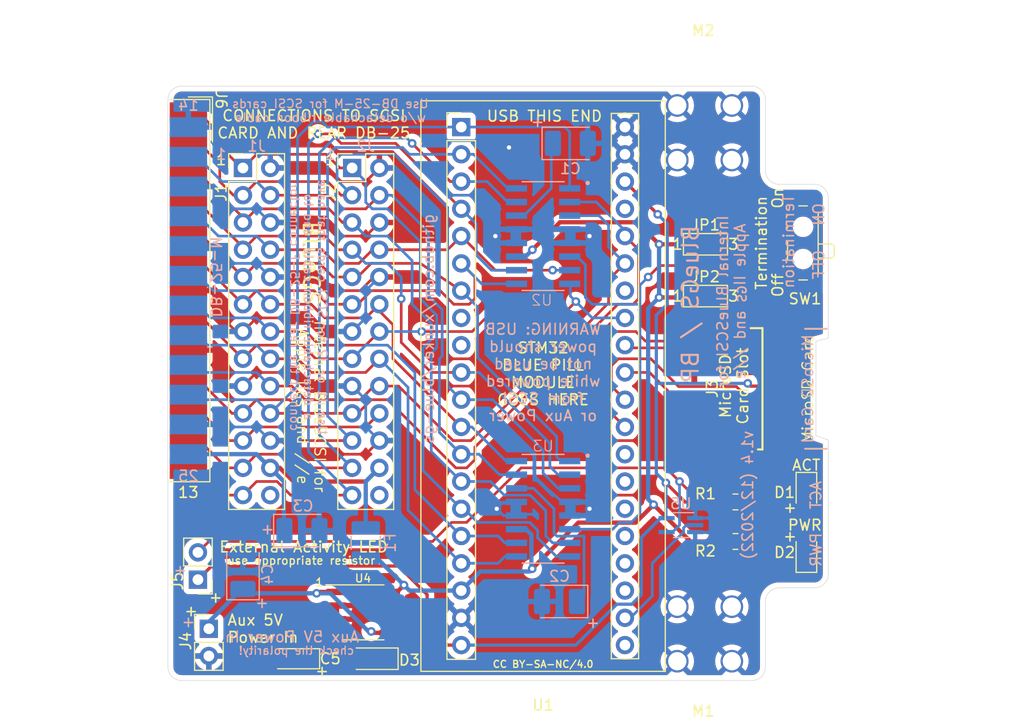
<source format=kicad_pcb>
(kicad_pcb (version 20211014) (generator pcbnew)
  (layers (0 "F.Cu" signal) (31 "B.Cu" signal) (34 "B.Paste" user) (35 "F.Paste" user) (36 "B.SilkS" user "B.Silkscreen") (37 "F.SilkS" user "F.Silkscreen") (38 "B.Mask" user) (39 "F.Mask" user) (44 "Edge.Cuts" user))
  (net 0 "")
  (net 12 "+5V")
  (net 13 "GND")
  (net 14 "/SCSI_DB4")
  (net 15 "/SCSI_DB2")
  (net 16 "/SCSI_DB1")
  (net 17 "/SCSI_DBP")
  (net 18 "/SCSI_SEL")
  (net 19 "/SCSI_ATN")
  (net 20 "/SCSI_C_D")
  (net 21 "/SCSI_DB7")
  (net 22 "/SCSI_DB6")
  (net 23 "/SCSI_DB5")
  (net 24 "/SCSI_DB3")
  (net 25 "/SCSI_DB0")
  (net 26 "/SCSI_BSY")
  (net 27 "/SCSI_ACK")
  (net 28 "/SCSI_RST")
  (net 29 "/SCSI_I_O")
  (net 30 "/SCSI_MSG")
  (net 31 "/SCSI_REQ")
  (net 32 "/SD_MISO")
  (net 33 "/SD_CSK")
  (net 34 "+3V3")
  (net 35 "/SD_MOSI")
  (net 36 "/SD_CS")
  (net 39 "Net-(D2-Pad2)")
  (net 40 "Net-(C1-Pad1)")
  (net 41 "Net-(C2-Pad1)")
  (net 42 "/TERM_DISC")
  (net 43 "Net-(D1-Pad1)")
  (net 44 "/DEBUG_RX")
  (net 45 "/DEBUG_TX")
  (net 46 "/+5V_AUX")
  (net 47 "Net-(C5-Pad1)")
  (net 48 "/TERM_EN")
  (net 49 "/TERM_DIS")
  (net 50 "/DISK_ACT")
  (net 51 "/SCSI_TERMPWR")
  (net 52 "Net-(D1-Pad2)")
  (footprint "my library:YAAJ_BluePill_2" (layer "F.Cu") (at 152.4 50.8)
    (fp_text reference "U1")
    (fp_text value "YAAJ_BluePill" hide)
  )
  (footprint "Button_Switch_SMD:SW_SPDT_PCM12" (layer "F.Cu") (at 183.896 61.595 90)
    (fp_text reference "SW1")
    (fp_text value "SW_SPDT")
  )
  (footprint "Resistor_SMD:R_0805_2012Metric_Pad1.20x1.40mm_HandSolder" (layer "F.Cu") (at 177.927 89.408 180)
    (fp_text reference "R2")
    (fp_text value "1K")
  )
  (footprint "LED_SMD:LED_0805_2012Metric_Pad1.15x1.40mm_HandSolder" (layer "F.Cu") (at 184.531 84.836 -90)
    (fp_text reference "D1")
    (fp_text value "LED")
  )
  (footprint "Jumper:SolderJumper-3_P1.3mm_Open_Pad1.0x1.5mm_NumberLabels" (layer "F.Cu") (at 175.133 66.548)
    (fp_text reference "JP2")
    (fp_text value "Jumper_3_Open")
  )
  (footprint "Jumper:SolderJumper-3_P1.3mm_Open_Pad1.0x1.5mm_NumberLabels" (layer "F.Cu") (at 175.133 61.722)
    (fp_text reference "JP1")
    (fp_text value "Jumper_3_Open")
  )
  (footprint "Resistor_SMD:R_0805_2012Metric_Pad1.20x1.40mm_HandSolder" (layer "F.Cu") (at 177.927 85.725)
    (fp_text reference "R1")
    (fp_text value "100")
  )
  (footprint "Connector_PinHeader_2.54mm:PinHeader_2x13_P2.54mm_Vertical" (layer "F.Cu") (at 132.08 54.61)
    (fp_text reference "J1")
    (fp_text value "Conn_02x13_Odd_Even")
  )
  (footprint "Connector_PinHeader_2.54mm:PinHeader_2x13_P2.54mm_Vertical" (layer "F.Cu") (at 142.24 54.61)
    (fp_text reference "J2")
    (fp_text value "Conn_02x13_Odd_Even")
  )
  (footprint "Connector_PinHeader_2.54mm:PinHeader_1x02_P2.54mm_Vertical" (layer "F.Cu") (at 128.905 97.536)
    (fp_text reference "J4")
    (fp_text value "Conn_01x02_Male")
  )
  (footprint "Connector_PinHeader_2.54mm:PinHeader_1x02_P2.54mm_Vertical" (layer "F.Cu") (at 127.889 92.964 180)
    (fp_text reference "J5")
    (fp_text value "Conn_01x02_Male")
  )
  (footprint "my library:keystone-7774" (layer "F.Cu") (at 180.771 100.561 180)
    (fp_text reference "M1")
    (fp_text value "Screw_Terminal_01x01")
  )
  (footprint "my library:keystone-7774" (layer "F.Cu") (at 180.771 53.871 180)
    (fp_text reference "M2")
    (fp_text value "Screw_Terminal_01x01")
  )
  (footprint "LED_SMD:LED_0805_2012Metric_Pad1.15x1.40mm_HandSolder" (layer "F.Cu") (at 184.531 90.424 90)
    (fp_text reference "D2")
    (fp_text value "LED")
  )
  (footprint "Molex 105162-0001:105162-0001" (layer "F.Cu") (at 173.99 75.184 90)
    (fp_text reference "J3")
    (fp_text value "105162-0001")
  )
  (footprint "Connector_Dsub:DSUB-25_Male_EdgeMount_P2.77mm" (layer "F.Cu") (at 127 66.04 -90)
    (fp_text reference "J6")
    (fp_text value "DB25_Male")
  )
  (footprint "Diode_SMD:D_SOD-123" (layer "F.Cu") (at 144.272 100.33 180)
    (fp_text reference "D3")
    (fp_text value "Zener 5.6v")
  )
  (footprint "Capacitor_Tantalum_SMD:CP_EIA-3216-10_Kemet-I" (layer "F.Cu") (at 136.906 100.33 180)
    (fp_text reference "C5")
    (fp_text value "0.1uF")
  )
  (footprint "Package_SO:SOIC-8_3.9x4.9mm_P1.27mm" (layer "F.Cu") (at 143.256 96.012)
    (fp_text reference "U4")
    (fp_text value "UCC3916")
  )
  (footprint "Capacitor_Tantalum_SMD:CP_EIA-3528-21_Kemet-B_Pad1.50x2.35mm_HandSolder" (layer "B.Cu") (at 162.56 52.324)
    (fp_text reference "C1")
    (fp_text value "2.2uF, 6.3v")
  )
  (footprint "my library:SOIC127P600X175-16N" (layer "B.Cu") (at 160.02 86.36 180)
    (fp_text reference "U3")
    (fp_text value "UC560x, UCC56xx")
  )
  (footprint "Capacitor_Tantalum_SMD:CP_EIA-3528-21_Kemet-B_Pad1.50x2.35mm_HandSolder" (layer "B.Cu") (at 137.567 88.392)
    (fp_text reference "C3")
    (fp_text value "4.7uF, 6.3v")
  )
  (footprint "Capacitor_Tantalum_SMD:CP_EIA-3528-21_Kemet-B_Pad1.50x2.35mm_HandSolder" (layer "B.Cu") (at 161.544 94.996 180)
    (fp_text reference "C2")
    (fp_text value "2.2uF, 6.3v")
  )
  (footprint "my library:SOIC127P600X175-16N" (layer "B.Cu") (at 160.02 60.96 180)
    (fp_text reference "U2")
    (fp_text value "UC560x, UCC56xx")
  )
  (footprint "Fuse:Fuse_1210_3225Metric" (layer "B.Cu") (at 143.51 89.535 90)
    (fp_text reference "F1")
    (fp_text value "Fuse")
  )
  (footprint "Package_TO_SOT_SMD:SOT-353_SC-70-5_Handsoldering" (layer "B.Cu") (at 172.847 87.884 180)
    (fp_text reference "U5")
    (fp_text value "NL17SZ07DFT2G")
  )
  (footprint "Capacitor_Tantalum_SMD:CP_EIA-3528-21_Kemet-B_Pad1.50x2.35mm_HandSolder" (layer "B.Cu") (at 132.08 92.202 90)
    (fp_text reference "C4")
    (fp_text value "1uF")
  )
  (gr_line (start 184.404 69.596) (end 186.436 69.596) (layer "B.SilkS") (width 0.15))
  (gr_line (start 184.404 80.772) (end 186.436 80.772) (layer "B.SilkS") (width 0.15))
  (gr_line (start 184.404 80.772) (end 186.436 80.772) (layer "F.SilkS") (width 0.15))
  (gr_line (start 184.404 69.596) (end 186.436 69.596) (layer "F.SilkS") (width 0.15))
  (gr_line (start 186.563 79.9465) (end 186.563 92.456) (layer "Edge.Cuts") (width 0.05))
  (gr_line (start 125.095 101.092) (end 125.095 48.26) (layer "Edge.Cuts") (width 0.05))
  (gr_line (start 181.991 56.134) (end 185.293 56.134) (layer "Edge.Cuts") (width 0.05))
  (gr_line (start 180.721 94.996) (end 180.721 101.092) (layer "Edge.Cuts") (width 0.05))
  (gr_arc (start 185.293 56.134) (mid 186.191026 56.505974) (end 186.563 57.404) (layer "Edge.Cuts") (width 0.05))
  (gr_arc (start 186.563 92.456) (mid 186.191026 93.354026) (end 185.293 93.726) (layer "Edge.Cuts") (width 0.05))
  (gr_arc (start 181.991 56.134) (mid 181.092974 55.762026) (end 180.721 54.864) (layer "Edge.Cuts") (width 0.05))
  (gr_line (start 180.721 48.26) (end 180.721 54.864) (layer "Edge.Cuts") (width 0.05))
  (gr_arc (start 180.721 94.996) (mid 181.092974 94.097974) (end 181.991 93.726) (layer "Edge.Cuts") (width 0.05))
  (gr_line (start 181.991 93.726) (end 185.293 93.726) (layer "Edge.Cuts") (width 0.05))
  (gr_line (start 126.365 46.99) (end 179.451 46.99) (layer "Edge.Cuts") (width 0.05))
  (gr_line (start 179.451 102.362) (end 126.365 102.362) (layer "Edge.Cuts") (width 0.05))
  (gr_arc (start 126.365 102.362) (mid 125.466974 101.990026) (end 125.095 101.092) (layer "Edge.Cuts") (width 0.05))
  (gr_line (start 185.42 70.7644) (end 185.42 79.5655) (layer "Edge.Cuts") (width 0.05))
  (gr_arc (start 180.721 101.092) (mid 180.349026 101.990026) (end 179.451 102.362) (layer "Edge.Cuts") (width 0.05))
  (gr_arc (start 125.095 48.26) (mid 125.466974 47.361974) (end 126.365 46.99) (layer "Edge.Cuts") (width 0.05))
  (gr_line (start 186.563 57.404) (end 186.563 70.4596) (layer "Edge.Cuts") (width 0.05))
  (gr_line (start 185.42 70.7644) (end 186.563 70.4596) (layer "Edge.Cuts") (width 0.05))
  (gr_arc (start 179.451 46.99) (mid 180.349026 47.361974) (end 180.721 48.26) (layer "Edge.Cuts") (width 0.05))
  (gr_line (start 186.563 79.9465) (end 185.42 79.5655) (layer "Edge.Cuts") (width 0.05))
  (gr_text "ACT" (at 185.42 85.09 90) (layer "B.SilkS") (effects (font (size 1 1)) (justify mirror)))
  (gr_text "PWR" (at 185.42 90.17 90) (layer "B.SilkS") (effects (font (size 1 1)) (justify mirror)))
  (gr_text "ON   OFF" (at 185.674 61.468 90) (layer "B.SilkS") (effects (font (size 1 1)) (justify mirror)))
  (gr_text "github.com/xunker/blue-gs" (at 149.352 69.596 90) (layer "B.SilkS") (effects (font (size 1 1)) (justify mirror)))
  (gr_text "Internal BlueSCSI for\nApple II_{GS} and //e" (at 177.546 67.056 90) (layer "B.SilkS") (effects (font (size 1 1)) (justify mirror)))
  (gr_text "+" (at 134.366 88.392 -180) (layer "B.SilkS") (effects (font (size 1 1)) (justify mirror)))
  (gr_text "Termination" (at 182.88 61.468 90) (layer "B.SilkS") (effects (font (size 1 1)) (justify mirror)))
  (gr_text "Use J1 or J2 for SCSI cards that have\na detachable ribbon cable, and to\nconnect the rear DB-25-F connector" (at 138.176 67.564 270) (layer "B.SilkS") (effects (font (size 0.8 0.8) (thickness 0.125)) (justify mirror)))
  (gr_text "Use DB-25-M for SCSI cards\nw/o detachable ribbon cable" (at 140.208 49.276) (layer "B.SilkS") (effects (font (size 0.8 0.8) (thickness 0.125)) (justify mirror)))
  (gr_text "J2" (at 143.51 52.578) (layer "B.SilkS") (effects (font (size 1 1)) (justify mirror)))
  (gr_text "+" (at 133.858 95.25 -180) (layer "B.SilkS") (effects (font (size 1 1)) (justify mirror)))
  (gr_text "BlueGS / BP" (at 173.736 67.31 90) (layer "B.SilkS") (effects (font (size 1.5 1.5) (thickness 0.2)) (justify mirror)))
  (gr_text "MicroSD Card" (at 184.658 75.184 90) (layer "B.SilkS") (effects (font (size 1 1) (thickness 0.125)) (justify mirror)))
  (gr_text "check the polarity!" (at 142.494 99.568) (layer "B.SilkS") (effects (font (size 0.75 0.75) (thickness 0.125)) (justify left mirror)))
  (gr_text "Aux 5V Power In" (at 130.302 98.298) (layer "B.SilkS") (effects (font (size 1 1)) (justify right mirror)))
  (gr_text "DB-25-M" (at 129.54 64.77 270) (layer "B.SilkS") (effects (font (size 1 1)) (justify mirror)))
  (gr_text "+" (at 159.512 50.292) (layer "B.SilkS") (effects (font (size 1 1)) (justify mirror)))
  (gr_text "+" (at 164.592 97.028 90) (layer "B.SilkS") (effects (font (size 1 1)) (justify mirror)))
  (gr_text "+" (at 127 97.028 -180) (layer "B.SilkS") (effects (font (size 1 1)) (justify mirror)))
  (gr_text "1" (at 140.208 53.34) (layer "B.SilkS") (effects (font (size 1 1)) (justify mirror)))
  (gr_text "14" (at 127 48.768) (layer "B.SilkS") (effects (font (size 1 1)) (justify mirror)))
  (gr_text "25" (at 127 83.312) (layer "B.SilkS") (effects (font (size 1 1)) (justify mirror)))
  (gr_text "WARNING: USB\npower should\nnot be used\nwhile powered\nfrom SCSI\nor Aux Power" (at 160.02 73.66) (layer "B.SilkS") (effects (font (size 1 1)) (justify mirror)))
  (gr_text "v1.4 (12/2022)" (at 179.07 85.09 90) (layer "B.SilkS") (effects (font (size 1 1)) (justify mirror)))
  (gr_text "J1" (at 133.35 52.578) (layer "B.SilkS") (effects (font (size 1 1)) (justify mirror)))
  (gr_text "+" (at 126.238 92.202 -180) (layer "B.SilkS") (effects (font (size 1 1)) (justify mirror)))
  (gr_text "1" (at 130.048 53.34) (layer "B.SilkS") (effects (font (size 1 1)) (justify mirror)))
  (gr_text "Aux 5V\nPower In" (at 130.556 97.536) (layer "F.SilkS") (effects (font (size 1 1)) (justify left)))
  (gr_text "BlueGS" (at 138.43 63.5 270) (layer "F.SilkS") (effects (font (size 1.5 1.5) (thickness 0.2))))
  (gr_text "+" (at 129.54 94.742 180) (layer "F.SilkS") (effects (font (size 1 1))))
  (gr_text "Internal BlueSCSI for\nApple II_{GS} and //e\n" (at 138.43 76.835 270) (layer "F.SilkS") (effects (font (size 1 1) (thickness 0.125))))
  (gr_text "PWR" (at 186.055 87.884) (layer "F.SilkS") (effects (font (size 1 1)) (justify right)))
  (gr_text "External Activity LED" (at 129.794 89.916) (layer "F.SilkS") (effects (font (size 1 1)) (justify left)))
  (gr_text "+" (at 183.007 88.9) (layer "F.SilkS") (effects (font (size 1 1))))
  (gr_text "MicroSD\nCard Slot" (at 177.8 74.93 90) (layer "F.SilkS") (effects (font (size 1 1))))
  (gr_text "MicroSD Card" (at 184.658 75.184 90) (layer "F.SilkS") (effects (font (size 1 1) (thickness 0.125))))
  (gr_text "CONNECTIONS TO SCSI\nCARD AND REAR DB-25" (at 138.684 50.546) (layer "F.SilkS") (effects (font (size 1 1))))
  (gr_text "+" (at 139.446 101.6 180) (layer "F.SilkS") (effects (font (size 1 1))))
  (gr_text "On" (at 181.864 57.404 90) (layer "F.SilkS") (effects (font (size 1 1))))
  (gr_text "Termination" (at 180.34 61.595 90) (layer "F.SilkS") (effects (font (size 1 1))))
  (gr_text "STM32\nBLUE PILL\nMODULE\nGOES HERE" (at 160.02 73.787) (layer "F.SilkS") (effects (font (size 1 1))))
  (gr_text "1" (at 139.192 93.218) (layer "F.SilkS") (effects (font (size 0.75 0.75) (thickness 0.125))))
  (gr_text "USB THIS END" (at 160.147 49.784) (layer "F.SilkS") (effects (font (size 1 1))))
  (gr_text "CC BY-SA-NC/4.0" (at 160.02 100.838) (layer "F.SilkS") (effects (font (size 0.65 0.65) (thickness 0.125))))
  (gr_text "use appropriate resistor" (at 130.556 91.186) (layer "F.SilkS") (effects (font (size 0.75 0.75) (thickness 0.125)) (justify left)))
  (gr_text "+" (at 127.254 96.012 180) (layer "F.SilkS") (effects (font (size 1 1))))
  (gr_text "+" (at 183.007 86.233) (layer "F.SilkS") (effects (font (size 1 1))))
  (gr_text "13" (at 127 84.836) (layer "F.SilkS") (effects (font (size 1 1))))
  (gr_text "1" (at 130.048 53.848) (layer "F.SilkS") (effects (font (size 1 1))))
  (gr_text "ACT" (at 185.928 82.296) (layer "F.SilkS") (effects (font (size 1 1)) (justify right)))
  (gr_text "1" (at 140.208 53.848) (layer "F.SilkS") (effects (font (size 1 1))))
  (gr_text "Off" (at 181.864 65.532 90) (layer "F.SilkS") (effects (font (size 1 1))))
  (segment (start 173.736 89.408) (end 170.307 85.979) (width 0.4) (layer "F.Cu") (net 12))
  (segment (start 159.02532 62.233641) (end 161.58796 59.671001) (width 0.4) (layer "F.Cu") (net 12))
  (segment (start 163.301511 87.650489) (end 168.635511 87.650489) (width 0.4) (layer "F.Cu") (net 12))
  (segment (start 159.004 91.948) (end 163.301511 87.650489) (width 0.4) (layer "F.Cu") (net 12))
  (segment (start 176.927 89.408) (end 173.736 89.408) (width 0.4) (layer "F.Cu") (net 12))
  (segment (start 161.58796 59.671001) (end 168.764001 59.671001) (width 0.4) (layer "F.Cu") (net 12))
  (segment (start 147.066 93.472) (end 146.431 94.107) (width 0.4) (layer "F.Cu") (net 12))
  (segment (start 168.764001 59.671001) (end 170.815 61.722) (width 0.4) (layer "F.Cu") (net 12))
  (segment (start 146.431 94.107) (end 145.731 94.107) (width 0.4) (layer "F.Cu") (net 12))
  (segment (start 168.635511 87.650489) (end 170.307 85.979) (width 0.4) (layer "F.Cu") (net 12))
  (segment (start 173.579 66.675) (end 170.814998 66.675) (width 0.4) (layer "F.Cu") (net 12))
  (segment (start 173.833 61.722) (end 170.815 61.722) (width 0.4) (layer "F.Cu") (net 12))
  (segment (start 173.833 66.421) (end 173.579 66.675) (width 0.4) (layer "F.Cu") (net 12))
  (via (at 147.066 93.472) (size 0.8) (drill 0.4) (layers "F.Cu" "B.Cu") (net 12))
  (via (at 170.815 61.722) (size 0.8) (drill 0.4) (layers "F.Cu" "B.Cu") (net 12))
  (via (at 170.307 85.979) (size 0.8) (drill 0.4) (layers "F.Cu" "B.Cu") (net 12))
  (via (at 159.02532 62.233641) (size 0.8) (drill 0.4) (layers "F.Cu" "B.Cu") (net 12))
  (via (at 159.004 91.948) (size 0.8) (drill 0.4) (layers "F.Cu" "B.Cu") (net 12))
  (via (at 170.814998 66.675) (size 0.8) (drill 0.4) (layers "F.Cu" "B.Cu") (net 12))
  (segment (start 158.4265 88.265) (end 157.545 88.265) (width 0.4) (layer "B.Cu") (net 12))
  (segment (start 147.066 93.472) (end 147.574 93.98) (width 0.4) (layer "B.Cu") (net 12))
  (segment (start 159.004 91.948) (end 158.929511 91.873511) (width 0.4) (layer "B.Cu") (net 12))
  (segment (start 157.545 62.865) (end 158.393961 62.865) (width 0.4) (layer "B.Cu") (net 12))
  (segment (start 154.178 92.202) (end 152.4 93.98) (width 0.4) (layer "B.Cu") (net 12))
  (segment (start 147.574 93.98) (end 152.4 93.98) (width 0.4) (layer "B.Cu") (net 12))
  (segment (start 169.799 85.471) (end 170.307 85.979) (width 0.4) (layer "B.Cu") (net 12))
  (segment (start 158.393961 62.865) (end 159.02532 62.233641) (width 0.4) (layer "B.Cu") (net 12))
  (segment (start 158.929511 88.768011) (end 158.4265 88.265) (width 0.4) (layer "B.Cu") (net 12))
  (segment (start 144.529 90.935) (end 143.51 90.935) (width 0.4) (layer "B.Cu") (net 12))
  (segment (start 170.814998 61.722002) (end 170.815 61.722) (width 0.4) (layer "B.Cu") (net 12))
  (segment (start 158.929511 91.873511) (end 158.929511 88.768011) (width 0.4) (layer "B.Cu") (net 12))
  (segment (start 158.75 92.202) (end 154.178 92.202) (width 0.4) (layer "B.Cu") (net 12))
  (segment (start 169.799 67.690998) (end 169.799 85.471) (width 0.4) (layer "B.Cu") (net 12))
  (segment (start 170.814998 66.675) (end 170.814998 61.722002) (width 0.4) (layer "B.Cu") (net 12))
  (segment (start 170.814998 66.675) (end 169.799 67.690998) (width 0.4) (layer "B.Cu") (net 12))
  (segment (start 147.066 93.472) (end 144.529 90.935) (width 0.4) (layer "B.Cu") (net 12))
  (segment (start 159.004 91.948) (end 158.75 92.202) (width 0.4) (layer "B.Cu") (net 12))
  (segment (start 134.62 64.77) (end 138.938 64.77) (width 0.25) (layer "F.Cu") (net 13))
  (segment (start 143.002 66.04) (end 144.272 64.77) (width 0.25) (layer "F.Cu") (net 13))
  (segment (start 138.938 64.77) (end 140.208 66.04) (width 0.25) (layer "F.Cu") (net 13))
  (segment (start 140.208 66.04) (end 143.002 66.04) (width 0.25) (layer "F.Cu") (net 13))
  (segment (start 144.272 64.77) (end 144.78 64.77) (width 0.25) (layer "F.Cu") (net 13))
  (segment (start 134.62 54.61) (end 139.954 54.61) (width 0.25) (layer "F.Cu") (net 13))
  (segment (start 139.954 54.61) (end 141.224 55.88) (width 0.25) (layer "F.Cu") (net 13))
  (segment (start 141.224 55.88) (end 143.51 55.88) (width 0.25) (layer "F.Cu") (net 13))
  (segment (start 143.51 55.88) (end 144.78 54.61) (width 0.25) (layer "F.Cu") (net 13))
  (segment (start 132.08 69.85) (end 133.35 68.58) (width 0.25) (layer "F.Cu") (net 13))
  (segment (start 138.176 68.58) (end 139.446 69.85) (width 0.25) (layer "F.Cu") (net 13))
  (segment (start 133.35 68.58) (end 138.176 68.58) (width 0.25) (layer "F.Cu") (net 13))
  (segment (start 139.446 69.85) (end 142.24 69.85) (width 0.25) (layer "F.Cu") (net 13))
  (segment (start 142.24 74.93) (end 138.176 74.93) (width 0.25) (layer "F.Cu") (net 13))
  (segment (start 138.176 74.93) (end 136.906 73.66) (width 0.25) (layer "F.Cu") (net 13))
  (segment (start 136.906 73.66) (end 133.35 73.66) (width 0.25) (layer "F.Cu") (net 13))
  (segment (start 133.35 73.66) (end 132.08 74.93) (width 0.25) (layer "F.Cu") (net 13))
  (segment (start 134.62 80.01) (end 135.636 80.01) (width 0.25) (layer "F.Cu") (net 13))
  (segment (start 135.636 80.01) (end 136.906 81.28) (width 0.25) (layer "F.Cu") (net 13))
  (segment (start 136.906 81.28) (end 143.51 81.28) (width 0.25) (layer "F.Cu") (net 13))
  (segment (start 143.51 81.28) (end 144.78 80.01) (width 0.25) (layer "F.Cu") (net 13))
  (segment (start 134.62 59.69) (end 139.954 59.69) (width 0.25) (layer "F.Cu") (net 13))
  (segment (start 141.224 60.96) (end 143.51 60.96) (width 0.25) (layer "F.Cu") (net 13))
  (segment (start 139.954 59.69) (end 141.224 60.96) (width 0.25) (layer "F.Cu") (net 13))
  (segment (start 143.51 60.96) (end 144.78 59.69) (width 0.25) (layer "F.Cu") (net 13))
  (segment (start 168.656 80.01) (end 166.624 80.01) (width 0.25) (layer "F.Cu") (net 13))
  (segment (start 131.445 69.85) (end 130.175 68.58) (width 0.25) (layer "F.Cu") (net 13))
  (segment (start 166.624 85.09) (end 168.656 85.09) (width 0.25) (layer "F.Cu") (net 13))
  (segment (start 130.175 68.58) (end 130.175 67.31) (width 0.25) (layer "F.Cu") (net 13))
  (segment (start 153.416 72.39) (end 151.384 72.39) (width 0.25) (layer "F.Cu") (net 13))
  (segment (start 153.416 74.93) (end 151.384 74.93) (width 0.25) (layer "F.Cu") (net 13))
  (segment (start 130.175 67.31) (end 128.905 66.04) (width 0.25) (layer "F.Cu") (net 13))
  (segment (start 132.08 69.85) (end 131.445 69.85) (width 0.25) (layer "F.Cu") (net 13))
  (segment (start 128.905 66.04) (end 127 66.04) (width 0.25) (layer "F.Cu") (net 13))
  (via (at 164.338 86.36) (size 0.8) (drill 0.4) (layers "F.Cu" "B.Cu") (net 13))
  (via (at 156.845 52.705) (size 0.8) (drill 0.4) (layers "F.Cu" "B.Cu") (net 13))
  (via (at 164.338 60.96) (size 0.8) (drill 0.4) (layers "F.Cu" "B.Cu") (net 13))
  (via (at 155.575 60.96) (size 0.8) (drill 0.4) (layers "F.Cu" "B.Cu") (net 13))
  (via (at 155.702 86.36) (size 0.8) (drill 0.4) (layers "F.Cu" "B.Cu") (net 13))
  (segment (start 142.24 74.93) (end 143.51 76.2) (width 0.25) (layer "B.Cu") (net 13))
  (segment (start 143.51 76.2) (end 143.51 78.74) (width 0.25) (layer "B.Cu") (net 13))
  (segment (start 143.51 78.74) (end 144.78 80.01) (width 0.25) (layer "B.Cu") (net 13))
  (segment (start 144.78 64.77) (end 143.51 66.04) (width 0.25) (layer "B.Cu") (net 13))
  (segment (start 143.51 66.04) (end 143.51 68.58) (width 0.25) (layer "B.Cu") (net 13))
  (segment (start 176.134 87.234) (end 176.276 87.376) (width 0.25) (layer "B.Cu") (net 13))
  (segment (start 134.62 80.01) (end 133.35 78.74) (width 0.25) (layer "B.Cu") (net 13))
  (segment (start 174.197 88.58) (end 174.197 91.393) (width 0.25) (layer "B.Cu") (net 13))
  (segment (start 162.495 85.725) (end 161.81 85.725) (width 0.25) (layer "B.Cu") (net 13))
  (segment (start 143.51 68.58) (end 143.4465 68.6435) (width 0.25) (layer "B.Cu") (net 13))
  (segment (start 157.545 60.325) (end 162.495 60.325) (width 0.25) (layer "B.Cu") (net 13))
  (segment (start 162.56 85.979) (end 162.56 86.75) (width 1) (layer "B.Cu") (net 13))
  (segment (start 130.175 78.74) (end 129.94 78.505) (width 0.25) (layer "B.Cu") (net 13))
  (segment (start 176.276 88.646) (end 176.276 88.9) (width 0.25) (layer "B.Cu") (net 13))
  (segment (start 129.54 62.23) (end 127.345 62.23) (width 0.25) (layer "B.Cu") (net 13))
  (segment (start 157.48 85.979) (end 157.48 86.75) (width 1) (layer "B.Cu") (net 13))
  (segment (start 127.345 62.23) (end 127 61.885) (width 0.25) (layer "B.Cu") (net 13))
  (segment (start 130.175 58.42) (end 130.175 57.15) (width 0.25) (layer "B.Cu") (net 13))
  (segment (start 161.81 85.725) (end 160.655 84.709) (width 0.25) (layer "B.Cu") (net 13))
  (segment (start 134.62 59.69) (end 133.35 58.42) (width 0.25) (layer "B.Cu") (net 13))
  (segment (start 156.337 85.725) (end 157.545 85.725) (width 0.25) (layer "B.Cu") (net 13))
  (segment (start 156.337 86.995) (end 157.545 86.995) (width 0.25) (layer "B.Cu") (net 13))
  (segment (start 143.4465 68.6435) (end 142.24 69.85) (width 0.25) (layer "B.Cu") (net 13))
  (segment (start 174.177 87.234) (end 176.134 87.234) (width 0.25) (layer "B.Cu") (net 13))
  (segment (start 157.48 60.6) (end 157.48 61.3) (width 1) (layer "B.Cu") (net 13))
  (segment (start 133.35 78.74) (end 130.175 78.74) (width 0.25) (layer "B.Cu") (net 13))
  (segment (start 153.924 52.07) (end 150.876 52.07) (width 0.25) (layer "B.Cu") (net 13))
  (segment (start 134.62 64.77) (end 133.35 63.5) (width 0.25) (layer "B.Cu") (net 13))
  (segment (start 130.175 57.15) (end 129.37 56.345) (width 0.25) (layer "B.Cu") (net 13))
  (segment (start 176.276 87.376) (end 176.276 88.9) (width 0.25) (layer "B.Cu") (net 13))
  (segment (start 174.197 91.393) (end 174.197 93.745) (width 0.25) (layer "B.Cu") (net 13))
  (segment (start 153.416 57.15) (end 151.384 57.15) (width 0.25) (layer "B.Cu") (net 13))
  (segment (start 174.177 88.534) (end 176.164 88.534) (width 0.25) (layer "B.Cu") (net 13))
  (segment (start 155.702 86.36) (end 156.337 85.725) (width 0.25) (layer "B.Cu") (net 13))
  (segment (start 176.276 88.9) (end 176.276 89.314) (width 0.25) (layer "B.Cu") (net 13))
  (segment (start 176.164 88.534) (end 176.276 88.646) (width 0.25) (layer "B.Cu") (net 13))
  (segment (start 129.37 56.345) (end 127 56.345) (width 0.25) (layer "B.Cu") (net 13))
  (segment (start 130.81 63.5) (end 129.54 62.23) (width 0.25) (layer "B.Cu") (net 13))
  (segment (start 174.197 93.745) (end 172.461 95.481) (width 0.25) (layer "B.Cu") (net 13))
  (segment (start 133.35 63.5) (end 130.81 63.5) (width 0.25) (layer "B.Cu") (net 13))
  (segment (start 129.94 78.505) (end 127 78.505) (width 0.25) (layer "B.Cu") (net 13))
  (segment (start 133.35 58.42) (end 130.175 58.42) (width 0.25) (layer "B.Cu") (net 13))
  (segment (start 155.702 86.36) (end 156.337 86.995) (width 0.25) (layer "B.Cu") (net 13))
  (segment (start 176.276 89.314) (end 174.197 91.393) (width 0.25) (layer "B.Cu") (net 13))
  (segment (start 162.56 60.6) (end 162.56 61.3) (width 1) (layer "B.Cu") (net 13))
  (segment (start 134.62 77.47) (end 136.144 77.47) (width 0.25) (layer "F.Cu") (net 14))
  (segment (start 136.144 77.47) (end 137.414 78.74) (width 0.25) (layer "F.Cu") (net 14))
  (segment (start 137.414 78.74) (end 143.51 78.74) (width 0.25) (layer "F.Cu") (net 14))
  (segment (start 143.51 78.74) (end 144.78 77.47) (width 0.25) (layer "F.Cu") (net 14))
  (segment (start 137.16 74.93) (end 137.16 51.758998) (width 0.25) (layer "B.Cu") (net 14))
  (segment (start 127.465 76.2) (end 133.35 76.2) (width 0.25) (layer "B.Cu") (net 14))
  (segment (start 152.4 50.8) (end 162.052 50.8) (width 0.25) (layer "B.Cu") (net 14))
  (segment (start 139.954 50.8) (end 152.4 50.8) (width 0.25) (layer "B.Cu") (net 14))
  (segment (start 139.446 50.292) (end 139.954 50.8) (width 0.25) (layer "B.Cu") (net 14))
  (segment (start 162.495 51.243) (end 162.495 56.515) (width 0.25) (layer "B.Cu") (net 14))
  (segment (start 127 75.735) (end 127.465 76.2) (width 0.25) (layer "B.Cu") (net 14))
  (segment (start 162.052 50.8) (end 162.495 51.243) (width 0.25) (layer "B.Cu") (net 14))
  (segment (start 134.62 77.47) (end 137.16 74.93) (width 0.25) (layer "B.Cu") (net 14))
  (segment (start 133.35 76.2) (end 134.62 77.47) (width 0.25) (layer "B.Cu") (net 14))
  (segment (start 138.626998 50.292) (end 139.446 50.292) (width 0.25) (layer "B.Cu") (net 14))
  (segment (start 137.16 51.758998) (end 138.626998 50.292) (width 0.25) (layer "B.Cu") (net 14))
  (segment (start 136.62025 74.93) (end 137.89025 76.2) (width 0.25) (layer "F.Cu") (net 15))
  (segment (start 144.272 74.93) (end 144.78 74.93) (width 0.25) (layer "F.Cu") (net 15))
  (segment (start 137.89025 76.2) (end 143.002 76.2) (width 0.25) (layer "F.Cu") (net 15))
  (segment (start 134.62 74.93) (end 136.62025 74.93) (width 0.25) (layer "F.Cu") (net 15))
  (segment (start 143.002 76.2) (end 144.272 74.93) (width 0.25) (layer "F.Cu") (net 15))
  (segment (start 151.638 80.01) (end 153.289 80.01) (width 0.25) (layer "F.Cu") (net 15))
  (segment (start 166.116 67.183) (end 166.116 65.024) (width 0.25) (layer "F.Cu") (net 15))
  (segment (start 146.558 74.93) (end 151.638 80.01) (width 0.25) (layer "F.Cu") (net 15))
  (segment (start 166.116 65.024) (end 167.64 63.5) (width 0.25) (layer "F.Cu") (net 15))
  (segment (start 153.289 80.01) (end 166.116 67.183) (width 0.25) (layer "F.Cu") (net 15))
  (segment (start 144.78 74.93) (end 146.558 74.93) (width 0.25) (layer "F.Cu") (net 15))
  (segment (start 166.116 59.944) (end 166.116 61.976) (width 0.25) (layer "B.Cu") (net 15))
  (segment (start 127 72.965) (end 127.695 73.66) (width 0.25) (layer "B.Cu") (net 15))
  (segment (start 162.495 59.055) (end 165.227 59.055) (width 0.25) (layer "B.Cu") (net 15))
  (segment (start 133.35 73.66) (end 134.62 74.93) (width 0.25) (layer "B.Cu") (net 15))
  (segment (start 165.227 59.055) (end 166.116 59.944) (width 0.25) (layer "B.Cu") (net 15))
  (segment (start 166.116 61.976) (end 167.64 63.5) (width 0.25) (layer "B.Cu") (net 15))
  (segment (start 127.695 73.66) (end 133.35 73.66) (width 0.25) (layer "B.Cu") (net 15))
  (segment (start 137.16 72.39) (end 138.43 73.66) (width 0.25) (layer "F.Cu") (net 16))
  (segment (start 138.43 73.66) (end 143.51 73.66) (width 0.25) (layer "F.Cu") (net 16))
  (segment (start 134.62 72.39) (end 137.16 72.39) (width 0.25) (layer "F.Cu") (net 16))
  (segment (start 143.51 73.66) (end 144.78 72.39) (width 0.25) (layer "F.Cu") (net 16))
  (segment (start 144.78 72.39) (end 147.447 75.057) (width 0.25) (layer "B.Cu") (net 16))
  (segment (start 156.464 90.805) (end 157.545 90.805) (width 0.25) (layer "B.Cu") (net 16))
  (segment (start 147.447 86.487) (end 152.4 91.44) (width 0.25) (layer "B.Cu") (net 16))
  (segment (start 152.4 91.44) (end 155.829 91.44) (width 0.25) (layer "B.Cu") (net 16))
  (segment (start 128.778 71.12) (end 133.35 71.12) (width 0.25) (layer "B.Cu") (net 16))
  (segment (start 147.447 75.057) (end 147.447 86.487) (width 0.25) (layer "B.Cu") (net 16))
  (segment (start 133.35 71.12) (end 134.62 72.39) (width 0.25) (layer "B.Cu") (net 16))
  (segment (start 127 70.195) (end 127.853 70.195) (width 0.25) (layer "B.Cu") (net 16))
  (segment (start 127.853 70.195) (end 128.778 71.12) (width 0.25) (layer "B.Cu") (net 16))
  (segment (start 155.829 91.44) (end 156.464 90.805) (width 0.25) (layer "B.Cu") (net 16))
  (segment (start 143.51 71.12) (end 144.78 69.85) (width 0.25) (layer "F.Cu") (net 17))
  (segment (start 134.62 69.85) (end 137.922 69.85) (width 0.25) (layer "F.Cu") (net 17))
  (segment (start 137.922 69.85) (end 139.192 71.12) (width 0.25) (layer "F.Cu") (net 17))
  (segment (start 139.192 71.12) (end 143.51 71.12) (width 0.25) (layer "F.Cu") (net 17))
  (segment (start 155.448 67.818) (end 162.306 67.818) (width 0.25) (layer "F.Cu") (net 17))
  (segment (start 153.416 69.85) (end 155.448 67.818) (width 0.25) (layer "F.Cu") (net 17))
  (segment (start 162.306 67.818) (end 163.068 67.056) (width 0.25) (layer "F.Cu") (net 17))
  (segment (start 148.717 69.85) (end 153.416 69.85) (width 0.25) (layer "F.Cu") (net 17))
  (via (at 163.068 67.056) (size 0.8) (drill 0.4) (layers "F.Cu" "B.Cu") (net 17))
  (via (at 148.717 69.85) (size 0.8) (drill 0.4) (layers "F.Cu" "B.Cu") (net 17))
  (segment (start 129.038 68.58) (end 133.35 68.58) (width 0.25) (layer "B.Cu") (net 17))
  (segment (start 127.883 67.425) (end 129.038 68.58) (width 0.25) (layer "B.Cu") (net 17))
  (segment (start 148.717 69.85) (end 144.78 69.85) (width 0.25) (layer "B.Cu") (net 17))
  (segment (start 163.068 67.056) (end 164.592 68.58) (width 0.25) (layer "B.Cu") (net 17))
  (segment (start 163.068 67.056) (end 162.56 66.548) (width 0.25) (layer "B.Cu") (net 17))
  (segment (start 127 67.425) (end 127.883 67.425) (width 0.25) (layer "B.Cu") (net 17))
  (segment (start 133.35 68.58) (end 134.62 69.85) (width 0.25) (layer "B.Cu") (net 17))
  (segment (start 164.592 68.58) (end 167.64 68.58) (width 0.25) (layer "B.Cu") (net 17))
  (segment (start 162.56 66.548) (end 162.56 65.532) (width 0.25) (layer "B.Cu") (net 17))
  (segment (start 134.62 67.31) (end 138.43 67.31) (width 0.25) (layer "F.Cu") (net 18))
  (segment (start 138.43 67.31) (end 139.7 68.58) (width 0.25) (layer "F.Cu") (net 18))
  (segment (start 139.7 68.58) (end 143.51 68.58) (width 0.25) (layer "F.Cu") (net 18))
  (segment (start 143.51 68.58) (end 144.78 67.31) (width 0.25) (layer "F.Cu") (net 18))
  (segment (start 144.78 67.31) (end 144.78 67.945) (width 0.25) (layer "F.Cu") (net 18))
  (segment (start 146.05 72.39) (end 152.4 78.74) (width 0.25) (layer "F.Cu") (net 18))
  (segment (start 144.78 67.945) (end 146.05 69.215) (width 0.25) (layer "F.Cu") (net 18))
  (segment (start 146.05 69.215) (end 146.05 72.39) (width 0.25) (layer "F.Cu") (net 18))
  (segment (start 153.385 78.74) (end 156.56 81.915) (width 0.25) (layer "B.Cu") (net 18))
  (segment (start 156.56 81.915) (end 157.545 81.915) (width 0.25) (layer "B.Cu") (net 18))
  (segment (start 127.901 64.655) (end 129.286 66.04) (width 0.25) (layer "B.Cu") (net 18))
  (segment (start 133.35 66.04) (end 134.62 67.31) (width 0.25) (layer "B.Cu") (net 18))
  (segment (start 129.286 66.04) (end 133.35 66.04) (width 0.25) (layer "B.Cu") (net 18))
  (segment (start 152.4 78.74) (end 153.385 78.74) (width 0.25) (layer "B.Cu") (net 18))
  (segment (start 127 64.655) (end 127.901 64.655) (width 0.25) (layer "B.Cu") (net 18))
  (segment (start 144.14359 62.23) (end 144.78 62.23) (width 0.25) (layer "F.Cu") (net 19))
  (segment (start 140.716 63.5) (end 142.87359 63.5) (width 0.25) (layer "F.Cu") (net 19))
  (segment (start 134.62 62.23) (end 139.446 62.23) (width 0.25) (layer "F.Cu") (net 19))
  (segment (start 139.446 62.23) (end 140.716 63.5) (width 0.25) (layer "F.Cu") (net 19))
  (segment (start 142.87359 63.5) (end 144.14359 62.23) (width 0.25) (layer "F.Cu") (net 19))
  (segment (start 144.78 62.23) (end 151.13 62.23) (width 0.25) (layer "F.Cu") (net 19))
  (segment (start 152.4 60.96) (end 155.575 64.135) (width 0.25) (layer "F.Cu") (net 19))
  (segment (start 155.575 64.135) (end 160.909 64.135) (width 0.25) (layer "F.Cu") (net 19))
  (segment (start 151.13 62.23) (end 152.4 60.96) (width 0.25) (layer "F.Cu") (net 19))
  (via (at 160.909 64.135) (size 0.8) (drill 0.4) (layers "F.Cu" "B.Cu") (net 19))
  (segment (start 162.495 64.135) (end 160.909 64.135) (width 0.25) (layer "B.Cu") (net 19))
  (segment (start 133.35 60.96) (end 134.62 62.23) (width 0.25) (layer "B.Cu") (net 19))
  (segment (start 127 59.115) (end 127.949 59.115) (width 0.25) (layer "B.Cu") (net 19))
  (segment (start 127.949 59.115) (end 129.794 60.96) (width 0.25) (layer "B.Cu") (net 19))
  (segment (start 129.794 60.96) (end 133.35 60.96) (width 0.25) (layer "B.Cu") (net 19))
  (segment (start 134.62 57.15) (end 139.954 57.15) (width 0.25) (layer "F.Cu") (net 20))
  (segment (start 139.954 57.15) (end 141.224 58.42) (width 0.25) (layer "F.Cu") (net 20))
  (segment (start 141.224 58.42) (end 143.51 58.42) (width 0.25) (layer "F.Cu") (net 20))
  (segment (start 143.51 58.42) (end 144.78 57.15) (width 0.25) (layer "F.Cu") (net 20))
  (segment (start 150.368 79.248) (end 152.4 81.28) (width 0.25) (layer "B.Cu") (net 20))
  (segment (start 133.35 55.88) (end 134.62 57.15) (width 0.25) (layer "B.Cu") (net 20))
  (segment (start 150.622 67.818) (end 150.622 72.136) (width 0.25) (layer "B.Cu") (net 20))
  (segment (start 145.923 57.15) (end 149.352 60.579) (width 0.25) (layer "B.Cu") (net 20))
  (segment (start 149.352 60.579) (end 149.352 66.548) (width 0.25) (layer "B.Cu") (net 20))
  (segment (start 149.352 66.548) (end 150.622 67.818) (width 0.25) (layer "B.Cu") (net 20))
  (segment (start 154.051 81.28) (end 155.956 83.185) (width 0.25) (layer "B.Cu") (net 20))
  (segment (start 127.816666 53.575) (end 130.121666 55.88) (width 0.25) (layer "B.Cu") (net 20))
  (segment (start 155.956 83.185) (end 157.545 83.185) (width 0.25) (layer "B.Cu") (net 20))
  (segment (start 130.121666 55.88) (end 133.35 55.88) (width 0.25) (layer "B.Cu") (net 20))
  (segment (start 150.368 72.39) (end 150.368 79.248) (width 0.25) (layer "B.Cu") (net 20))
  (segment (start 150.622 72.136) (end 150.368 72.39) (width 0.25) (layer "B.Cu") (net 20))
  (segment (start 152.4 81.28) (end 154.051 81.28) (width 0.25) (layer "B.Cu") (net 20))
  (segment (start 127 53.575) (end 127.816666 53.575) (width 0.25) (layer "B.Cu") (net 20))
  (segment (start 144.78 57.15) (end 145.923 57.15) (width 0.25) (layer "B.Cu") (net 20))
  (segment (start 136.525 85.09) (end 142.24 85.09) (width 0.25) (layer "F.Cu") (net 21))
  (segment (start 132.08 85.09) (end 133.35 83.82) (width 0.25) (layer "F.Cu") (net 21))
  (segment (start 146.304 52.324) (end 152.4 58.42) (width 0.25) (layer "F.Cu") (net 21))
  (segment (start 140.335 51.435) (end 141.224 52.324) (width 0.25) (layer "F.Cu") (net 21))
  (segment (start 130.175 85.09) (end 132.08 85.09) (width 0.25) (layer "F.Cu") (net 21))
  (segment (start 135.255 83.82) (end 136.525 85.09) (width 0.25) (layer "F.Cu") (net 21))
  (segment (start 127 82.66) (end 127.745 82.66) (width 0.25) (layer "F.Cu") (net 21))
  (segment (start 133.35 83.82) (end 135.255 83.82) (width 0.25) (layer "F.Cu") (net 21))
  (segment (start 141.224 52.324) (end 146.304 52.324) (width 0.25) (layer "F.Cu") (net 21))
  (segment (start 139.065 51.435) (end 140.335 51.435) (width 0.25) (layer "F.Cu") (net 21))
  (segment (start 127.745 82.66) (end 130.175 85.09) (width 0.25) (layer "F.Cu") (net 21))
  (via (at 139.065 51.435) (size 0.8) (drill 0.4) (layers "F.Cu" "B.Cu") (net 21))
  (segment (start 138.176 81.026) (end 142.24 85.09) (width 0.25) (layer "B.Cu") (net 21))
  (segment (start 152.4 58.42) (end 153.797 59.817) (width 0.25) (layer "B.Cu") (net 21))
  (segment (start 155.2067 64.135) (end 157.545 64.135) (width 0.25) (layer "B.Cu") (net 21))
  (segment (start 138.176 52.324) (end 138.176 81.026) (width 0.25) (layer "B.Cu") (net 21))
  (segment (start 139.065 51.435) (end 138.176 52.324) (width 0.25) (layer "B.Cu") (net 21))
  (segment (start 153.797 59.817) (end 153.797 62.7253) (width 0.25) (layer "B.Cu") (net 21))
  (segment (start 153.797 62.7253) (end 155.2067 64.135) (width 0.25) (layer "B.Cu") (net 21))
  (segment (start 133.35 81.28) (end 135.763 81.28) (width 0.25) (layer "F.Cu") (net 22))
  (segment (start 130.556 82.55) (end 132.08 82.55) (width 0.25) (layer "F.Cu") (net 22))
  (segment (start 127 79.89) (end 127.896 79.89) (width 0.25) (layer "F.Cu") (net 22))
  (segment (start 151.384 55.88) (end 152.4 55.88) (width 0.25) (layer "F.Cu") (net 22))
  (segment (start 132.08 82.55) (end 133.35 81.28) (width 0.25) (layer "F.Cu") (net 22))
  (segment (start 137.033 82.55) (end 142.24 82.55) (width 0.25) (layer "F.Cu") (net 22))
  (segment (start 147.828 52.324) (end 151.384 55.88) (width 0.25) (layer "F.Cu") (net 22))
  (segment (start 135.763 81.28) (end 137.033 82.55) (width 0.25) (layer "F.Cu") (net 22))
  (segment (start 127.896 79.89) (end 130.556 82.55) (width 0.25) (layer "F.Cu") (net 22))
  (via (at 147.828 52.324) (size 0.8) (drill 0.4) (layers "F.Cu" "B.Cu") (net 22))
  (segment (start 147.828 52.324) (end 147.32 51.816) (width 0.25) (layer "B.Cu") (net 22))
  (segment (start 154.813 55.88) (end 156.718 57.785) (width 0.25) (layer "B.Cu") (net 22))
  (segment (start 152.4 55.88) (end 154.813 55.88) (width 0.25) (layer "B.Cu") (net 22))
  (segment (start 139.192 79.502) (end 142.24 82.55) (width 0.25) (layer "B.Cu") (net 22))
  (segment (start 140.589 51.816) (end 139.192 53.213) (width 0.25) (layer "B.Cu") (net 22))
  (segment (start 139.192 53.213) (end 139.192 79.502) (width 0.25) (layer "B.Cu") (net 22))
  (segment (start 156.718 57.785) (end 157.545 57.785) (width 0.25) (layer "B.Cu") (net 22))
  (segment (start 147.32 51.816) (end 140.589 51.816) (width 0.25) (layer "B.Cu") (net 22))
  (segment (start 132.08 80.01) (end 133.35 78.74) (width 0.25) (layer "F.Cu") (net 23))
  (segment (start 133.35 78.74) (end 135.89 78.74) (width 0.25) (layer "F.Cu") (net 23))
  (segment (start 137.16 80.01) (end 142.24 80.01) (width 0.25) (layer "F.Cu") (net 23))
  (segment (start 135.89 78.74) (end 137.16 80.01) (width 0.25) (layer "F.Cu") (net 23))
  (segment (start 127 77.12) (end 127.92 77.12) (width 0.25) (layer "F.Cu") (net 23))
  (segment (start 127.92 77.12) (end 130.81 80.01) (width 0.25) (layer "F.Cu") (net 23))
  (segment (start 130.81 80.01) (end 132.08 80.01) (width 0.25) (layer "F.Cu") (net 23))
  (segment (start 139.954 53.467) (end 140.716 52.705) (width 0.25) (layer "B.Cu") (net 23))
  (segment (start 140.716 52.705) (end 146.939 52.705) (width 0.25) (layer "B.Cu") (net 23))
  (segment (start 139.954 77.724) (end 139.954 53.467) (width 0.25) (layer "B.Cu") (net 23))
  (segment (start 142.24 80.01) (end 139.954 77.724) (width 0.25) (layer "B.Cu") (net 23))
  (segment (start 156.718 56.515) (end 157.545 56.515) (width 0.25) (layer "B.Cu") (net 23))
  (segment (start 146.939 52.705) (end 147.574 53.34) (width 0.25) (layer "B.Cu") (net 23))
  (segment (start 153.543 53.34) (end 156.718 56.515) (width 0.25) (layer "B.Cu") (net 23))
  (segment (start 152.4 53.34) (end 153.543 53.34) (width 0.25) (layer "B.Cu") (net 23))
  (segment (start 147.574 53.34) (end 152.4 53.34) (width 0.25) (layer "B.Cu") (net 23))
  (segment (start 132.08 77.47) (end 133.35 76.2) (width 0.25) (layer "F.Cu") (net 24))
  (segment (start 136.398 76.2) (end 137.668 77.47) (width 0.25) (layer "F.Cu") (net 24))
  (segment (start 133.35 76.2) (end 136.398 76.2) (width 0.25) (layer "F.Cu") (net 24))
  (segment (start 137.668 77.47) (end 142.24 77.47) (width 0.25) (layer "F.Cu") (net 24))
  (segment (start 132.08 77.47) (end 131.064 77.47) (width 0.25) (layer "F.Cu") (net 24))
  (segment (start 166.981 67.31) (end 168.402 67.31) (width 0.25) (layer "F.Cu") (net 24))
  (segment (start 152.908 82.55) (end 153.67 81.788) (width 0.25) (layer "F.Cu") (net 24))
  (segment (start 153.67 81.788) (end 153.67 80.621) (width 0.25) (layer "F.Cu") (net 24))
  (segment (start 151.892 82.55) (end 152.908 82.55) (width 0.25) (layer "F.Cu") (net 24))
  (segment (start 168.91 62.23) (end 167.64 60.96) (width 0.25) (layer "F.Cu") (net 24))
  (segment (start 145.542 76.2) (end 151.892 82.55) (width 0.25) (layer "F.Cu") (net 24))
  (segment (start 142.24 77.47) (end 142.767499 77.47) (width 0.25) (layer "F.Cu") (net 24))
  (segment (start 153.67 80.621) (end 166.981 67.31) (width 0.25) (layer "F.Cu") (net 24))
  (segment (start 168.402 67.31) (end 168.91 66.802) (width 0.25) (layer "F.Cu") (net 24))
  (segment (start 144.037499 76.2) (end 145.542 76.2) (width 0.25) (layer "F.Cu") (net 24))
  (segment (start 142.767499 77.47) (end 144.037499 76.2) (width 0.25) (layer "F.Cu") (net 24))
  (segment (start 168.91 66.802) (end 168.91 62.23) (width 0.25) (layer "F.Cu") (net 24))
  (segment (start 131.064 77.47) (end 127.944 74.35) (width 0.25) (layer "F.Cu") (net 24))
  (segment (start 127.944 74.35) (end 127 74.35) (width 0.25) (layer "F.Cu") (net 24))
  (segment (start 167.64 60.452) (end 167.64 60.96) (width 0.25) (layer "B.Cu") (net 24))
  (segment (start 164.973 57.785) (end 167.64 60.452) (width 0.25) (layer "B.Cu") (net 24))
  (segment (start 162.495 57.785) (end 164.973 57.785) (width 0.25) (layer "B.Cu") (net 24))
  (segment (start 132.08 72.39) (end 133.35 71.12) (width 0.25) (layer "F.Cu") (net 25))
  (segment (start 133.35 71.12) (end 137.58792 71.12) (width 0.25) (layer "F.Cu") (net 25))
  (segment (start 137.58792 71.12) (end 138.85792 72.39) (width 0.25) (layer "F.Cu") (net 25))
  (segment (start 138.85792 72.39) (end 142.24 72.39) (width 0.25) (layer "F.Cu") (net 25))
  (segment (start 128.5 68.81) (end 127 68.81) (width 0.25) (layer "F.Cu") (net 25))
  (segment (start 132.08 72.39) (end 128.5 68.81) (width 0.25) (layer "F.Cu") (net 25))
  (segment (start 155.829 88.9) (end 156.464 89.535) (width 0.25) (layer "B.Cu") (net 25))
  (segment (start 148.082 73.66) (end 148.082 84.582) (width 0.25) (layer "B.Cu") (net 25))
  (segment (start 143.51 71.12) (end 145.542 71.12) (width 0.25) (layer "B.Cu") (net 25))
  (segment (start 145.542 71.12) (end 148.082 73.66) (width 0.25) (layer "B.Cu") (net 25))
  (segment (start 148.082 84.582) (end 152.4 88.9) (width 0.25) (layer "B.Cu") (net 25))
  (segment (start 156.464 89.535) (end 157.545 89.535) (width 0.25) (layer "B.Cu") (net 25))
  (segment (start 142.24 72.39) (end 143.51 71.12) (width 0.25) (layer "B.Cu") (net 25))
  (segment (start 152.4 88.9) (end 155.829 88.9) (width 0.25) (layer "B.Cu") (net 25))
  (segment (start 132.08 67.31) (end 133.35 66.04) (width 0.25) (layer "F.Cu") (net 26))
  (segment (start 133.35 66.04) (end 138.684 66.04) (width 0.25) (layer "F.Cu") (net 26))
  (segment (start 139.954 67.31) (end 142.24 67.31) (width 0.25) (layer "F.Cu") (net 26))
  (segment (start 138.684 66.04) (end 139.954 67.31) (width 0.25) (layer "F.Cu") (net 26))
  (segment (start 151.7015 67.31) (end 153.142501 67.31) (width 0.25) (layer "F.Cu") (net 26))
  (segment (start 142.757749 67.31) (end 144.027749 66.04) (width 0.25) (layer "F.Cu") (net 26))
  (segment (start 153.67 66.782501) (end 153.67 64.77) (width 0.25) (layer "F.Cu") (net 26))
  (segment (start 142.24 67.31) (end 142.757749 67.31) (width 0.25) (layer "F.Cu") (net 26))
  (segment (start 128.04 63.27) (end 132.08 67.31) (width 0.25) (layer "F.Cu") (net 26))
  (segment (start 144.027749 66.04) (end 150.4315 66.04) (width 0.25) (layer "F.Cu") (net 26))
  (segment (start 153.67 64.77) (end 152.4 63.5) (width 0.25) (layer "F.Cu") (net 26))
  (segment (start 127 63.27) (end 128.04 63.27) (width 0.25) (layer "F.Cu") (net 26))
  (segment (start 150.4315 66.04) (end 151.7015 67.31) (width 0.25) (layer "F.Cu") (net 26))
  (segment (start 153.142501 67.31) (end 153.67 66.782501) (width 0.25) (layer "F.Cu") (net 26))
  (segment (start 154.305 65.405) (end 152.4 63.5) (width 0.25) (layer "B.Cu") (net 26))
  (segment (start 157.545 65.405) (end 154.305 65.405) (width 0.25) (layer "B.Cu") (net 26))
  (segment (start 132.08 64.77) (end 133.35 63.5) (width 0.25) (layer "F.Cu") (net 27))
  (segment (start 133.35 63.5) (end 139.192 63.5) (width 0.25) (layer "F.Cu") (net 27))
  (segment (start 140.462 64.77) (end 142.24 64.77) (width 0.25) (layer "F.Cu") (net 27))
  (segment (start 139.192 63.5) (end 140.462 64.77) (width 0.25) (layer "F.Cu") (net 27))
  (segment (start 146.05 63.5) (end 148.59 63.5) (width 0.25) (layer "F.Cu") (net 27))
  (segment (start 144.018 63.5) (end 146.05 63.5) (width 0.25) (layer "F.Cu") (net 27))
  (segment (start 148.59 63.5) (end 152.4 66.04) (width 0.25) (layer "F.Cu") (net 27))
  (segment (start 132.08 64.763334) (end 132.08 64.77) (width 0.25) (layer "F.Cu") (net 27))
  (segment (start 127 60.5) (end 127.816666 60.5) (width 0.25) (layer "F.Cu") (net 27))
  (segment (start 142.748 64.77) (end 144.018 63.5) (width 0.25) (layer "F.Cu") (net 27))
  (segment (start 142.24 64.77) (end 142.748 64.77) (width 0.25) (layer "F.Cu") (net 27))
  (segment (start 127.816666 60.5) (end 132.08 64.763334) (width 0.25) (layer "F.Cu") (net 27))
  (segment (start 161.29 79.629) (end 161.29 81.534) (width 0.25) (layer "B.Cu") (net 27))
  (segment (start 161.671 81.915) (end 162.495 81.915) (width 0.25) (layer "B.Cu") (net 27))
  (segment (start 153.924 67.564) (end 153.924 72.263) (width 0.25) (layer "B.Cu") (net 27))
  (segment (start 152.4 66.04) (end 153.924 67.564) (width 0.25) (layer "B.Cu") (net 27))
  (segment (start 153.924 72.263) (end 161.29 79.629) (width 0.25) (layer "B.Cu") (net 27))
  (segment (start 161.29 81.534) (end 161.671 81.915) (width 0.25) (layer "B.Cu") (net 27))
  (segment (start 132.08 62.23) (end 133.35 60.96) (width 0.25) (layer "F.Cu") (net 28))
  (segment (start 133.35 60.96) (end 139.683949 60.96) (width 0.25) (layer "F.Cu") (net 28))
  (segment (start 139.683949 60.96) (end 140.953949 62.23) (width 0.25) (layer "F.Cu") (net 28))
  (segment (start 140.953949 62.23) (end 142.24 62.23) (width 0.25) (layer "F.Cu") (net 28))
  (segment (start 149.606 73.66) (end 152.4 73.66) (width 0.25) (layer "F.Cu") (net 28))
  (segment (start 132.08 61.993334) (end 132.08 62.23) (width 0.25) (layer "F.Cu") (net 28))
  (segment (start 127.816666 57.73) (end 132.08 61.993334) (width 0.25) (layer "F.Cu") (net 28))
  (segment (start 127 57.73) (end 127.816666 57.73) (width 0.25) (layer "F.Cu") (net 28))
  (segment (start 146.812 66.802) (end 146.812 70.866) (width 0.25) (layer "F.Cu") (net 28))
  (segment (start 146.812 70.866) (end 149.606 73.66) (width 0.25) (layer "F.Cu") (net 28))
  (via (at 146.812 66.802) (size 0.8) (drill 0.4) (layers "F.Cu" "B.Cu") (net 28))
  (segment (start 146.812 64.77) (end 145.542 63.5) (width 0.25) (layer "B.Cu") (net 28))
  (segment (start 143.51 63.5) (end 142.24 62.23) (width 0.25) (layer "B.Cu") (net 28))
  (segment (start 160.655 82.423) (end 161.417 83.185) (width 0.25) (layer "B.Cu") (net 28))
  (segment (start 160.655 80.264) (end 160.655 82.423) (width 0.25) (layer "B.Cu") (net 28))
  (segment (start 146.812 66.802) (end 146.812 64.77) (width 0.25) (layer "B.Cu") (net 28))
  (segment (start 161.417 83.185) (end 162.495 83.185) (width 0.25) (layer "B.Cu") (net 28))
  (segment (start 154.051 73.66) (end 160.655 80.264) (width 0.25) (layer "B.Cu") (net 28))
  (segment (start 145.542 63.5) (end 143.51 63.5) (width 0.25) (layer "B.Cu") (net 28))
  (segment (start 152.4 73.66) (end 154.051 73.66) (width 0.25) (layer "B.Cu") (net 28))
  (segment (start 132.08 59.69) (end 133.35 58.42) (width 0.25) (layer "F.Cu") (net 29))
  (segment (start 133.35 58.42) (end 140.07959 58.42) (width 0.25) (layer "F.Cu") (net 29))
  (segment (start 140.07959 58.42) (end 141.34959 59.69) (width 0.25) (layer "F.Cu") (net 29))
  (segment (start 141.34959 59.69) (end 142.24 59.69) (width 0.25) (layer "F.Cu") (net 29))
  (segment (start 127 54.96) (end 127.816666 54.96) (width 0.25) (layer "F.Cu") (net 29))
  (segment (start 132.08 59.223334) (end 132.08 59.69) (width 0.25) (layer "F.Cu") (net 29))
  (segment (start 127.816666 54.96) (end 132.08 59.223334) (width 0.25) (layer "F.Cu") (net 29))
  (segment (start 149.606 69.088) (end 149.606 70.612) (width 0.25) (layer "B.Cu") (net 29))
  (segment (start 148.844 71.374) (end 148.844 82.804) (width 0.25) (layer "B.Cu") (net 29))
  (segment (start 159.512 89.057) (end 161.26 90.805) (width 0.25) (layer "B.Cu") (net 29))
  (segment (start 145.542 60.96) (end 147.828 63.246) (width 0.25) (layer "B.Cu") (net 29))
  (segment (start 143.51 60.96) (end 145.542 60.96) (width 0.25) (layer "B.Cu") (net 29))
  (segment (start 147.828 67.31) (end 149.606 69.088) (width 0.25) (layer "B.Cu") (net 29))
  (segment (start 152.654 86.36) (end 153.924 87.63) (width 0.25) (layer "B.Cu") (net 29))
  (segment (start 161.26 90.805) (end 162.495 90.805) (width 0.25) (layer "B.Cu") (net 29))
  (segment (start 158.780002 87.63) (end 159.512 88.361998) (width 0.25) (layer "B.Cu") (net 29))
  (segment (start 152.4 86.36) (end 152.654 86.36) (width 0.25) (layer "B.Cu") (net 29))
  (segment (start 153.924 87.63) (end 158.780002 87.63) (width 0.25) (layer "B.Cu") (net 29))
  (segment (start 148.844 82.804) (end 152.4 86.36) (width 0.25) (layer "B.Cu") (net 29))
  (segment (start 159.512 88.361998) (end 159.512 89.057) (width 0.25) (layer "B.Cu") (net 29))
  (segment (start 147.828 63.246) (end 147.828 67.31) (width 0.25) (layer "B.Cu") (net 29))
  (segment (start 142.24 59.69) (end 143.51 60.96) (width 0.25) (layer "B.Cu") (net 29))
  (segment (start 149.606 70.612) (end 148.844 71.374) (width 0.25) (layer "B.Cu") (net 29))
  (segment (start 132.08 57.15) (end 133.35 55.88) (width 0.25) (layer "F.Cu") (net 30))
  (segment (start 133.35 55.88) (end 139.95259 55.88) (width 0.25) (layer "F.Cu") (net 30))
  (segment (start 139.95259 55.88) (end 141.22259 57.15) (width 0.25) (layer "F.Cu") (net 30))
  (segment (start 141.22259 57.15) (end 142.24 57.15) (width 0.25) (layer "F.Cu") (net 30))
  (segment (start 129.921 54.229) (end 129.921 55.88) (width 0.25) (layer "F.Cu") (net 30))
  (segment (start 127.882 52.19) (end 129.921 54.229) (width 0.25) (layer "F.Cu") (net 30))
  (segment (start 127 52.19) (end 127.882 52.19) (width 0.25) (layer "F.Cu") (net 30))
  (segment (start 129.921 55.88) (end 131.191 57.15) (width 0.25) (layer "F.Cu") (net 30))
  (segment (start 131.191 57.15) (end 132.08 57.15) (width 0.25) (layer "F.Cu") (net 30))
  (segment (start 140.843 55.753) (end 140.843 53.721998) (width 0.25) (layer "B.Cu") (net 30))
  (segment (start 160.02 83.042999) (end 161.432001 84.455) (width 0.25) (layer "B.Cu") (net 30))
  (segment (start 140.843 53.721998) (end 141.224998 53.34) (width 0.25) (layer "B.Cu") (net 30))
  (segment (start 151.13 58.293) (end 151.13 74.93) (width 0.25) (layer "B.Cu") (net 30))
  (segment (start 160.02 80.899) (end 160.02 83.042999) (width 0.25) (layer "B.Cu") (net 30))
  (segment (start 142.24 57.15) (end 140.843 55.753) (width 0.25) (layer "B.Cu") (net 30))
  (segment (start 146.177 53.34) (end 151.13 58.293) (width 0.25) (layer "B.Cu") (net 30))
  (segment (start 155.321 76.2) (end 160.02 80.899) (width 0.25) (layer "B.Cu") (net 30))
  (segment (start 152.4 76.2) (end 155.321 76.2) (width 0.25) (layer "B.Cu") (net 30))
  (segment (start 151.13 74.93) (end 152.4 76.2) (width 0.25) (layer "B.Cu") (net 30))
  (segment (start 161.432001 84.455) (end 162.495 84.455) (width 0.25) (layer "B.Cu") (net 30))
  (segment (start 141.224998 53.34) (end 146.177 53.34) (width 0.25) (layer "B.Cu") (net 30))
  (segment (start 129.286 51.943) (end 131.953 54.61) (width 0.25) (layer "F.Cu") (net 31))
  (segment (start 129.286 50.8) (end 129.286 51.943) (width 0.25) (layer "F.Cu") (net 31))
  (segment (start 133.35 53.34) (end 139.827 53.34) (width 0.25) (layer "F.Cu") (net 31))
  (segment (start 131.953 54.61) (end 132.08 54.61) (width 0.25) (layer "F.Cu") (net 31))
  (segment (start 141.097 54.61) (end 142.24 54.61) (width 0.25) (layer "F.Cu") (net 31))
  (segment (start 139.827 53.34) (end 141.097 54.61) (width 0.25) (layer "F.Cu") (net 31))
  (segment (start 127.906 49.42) (end 129.286 50.8) (width 0.25) (layer "F.Cu") (net 31))
  (segment (start 132.08 54.61) (end 133.35 53.34) (width 0.25) (layer "F.Cu") (net 31))
  (segment (start 127 49.42) (end 127.906 49.42) (width 0.25) (layer "F.Cu") (net 31))
  (segment (start 160.274 88.9) (end 160.909 89.535) (width 0.25) (layer "B.Cu") (net 31))
  (segment (start 148.59 66.802) (end 150.114 68.326) (width 0.25) (layer "B.Cu") (net 31))
  (segment (start 158.8135 85.09) (end 160.274 86.5505) (width 0.25) (layer "B.Cu") (net 31))
  (segment (start 152.4 83.82) (end 155.1305 83.82) (width 0.25) (layer "B.Cu") (net 31))
  (segment (start 150.114 68.326) (end 150.114 71.374) (width 0.25) (layer "B.Cu") (net 31))
  (segment (start 148.59 61.487499) (end 148.59 66.802) (width 0.25) (layer "B.Cu") (net 31))
  (segment (start 142.24 54.61) (end 143.51 55.88) (width 0.25) (layer "B.Cu") (net 31))
  (segment (start 145.522501 58.42) (end 148.59 61.487499) (width 0.25) (layer "B.Cu") (net 31))
  (segment (start 160.909 89.535) (end 162.495 89.535) (width 0.25) (layer "B.Cu") (net 31))
  (segment (start 144.121 58.42) (end 145.522501 58.42) (width 0.25) (layer "B.Cu") (net 31))
  (segment (start 156.4005 85.09) (end 158.8135 85.09) (width 0.25) (layer "B.Cu") (net 31))
  (segment (start 150.114 71.374) (end 149.606 71.882) (width 0.25) (layer "B.Cu") (net 31))
  (segment (start 149.606 71.882) (end 149.606 81.026) (width 0.25) (layer "B.Cu") (net 31))
  (segment (start 143.51 55.88) (end 143.51 57.809) (width 0.25) (layer "B.Cu") (net 31))
  (segment (start 160.274 86.5505) (end 160.274 88.9) (width 0.25) (layer "B.Cu") (net 31))
  (segment (start 143.51 57.809) (end 144.121 58.42) (width 0.25) (layer "B.Cu") (net 31))
  (segment (start 149.606 81.026) (end 152.4 83.82) (width 0.25) (layer "B.Cu") (net 31))
  (segment (start 155.1305 83.82) (end 156.4005 85.09) (width 0.25) (layer "B.Cu") (net 31))
  (segment (start 171.874489 75.608489) (end 169.926 73.66) (width 0.25) (layer "F.Cu") (net 32))
  (segment (start 176.699489 75.608489) (end 171.874489 75.608489) (width 0.25) (layer "F.Cu") (net 32))
  (segment (start 179.325 78.234) (end 176.699489 75.608489) (width 0.25) (layer "F.Cu") (net 32))
  (segment (start 169.926 73.66) (end 167.64 73.66) (width 0.25) (layer "F.Cu") (net 32))
  (segment (start 181.33 78.234) (end 179.325 78.234) (width 0.25) (layer "F.Cu") (net 32))
  (segment (start 178.013511 74.977511) (end 179.07 76.034) (width 0.25) (layer "F.Cu") (net 33))
  (segment (start 166.37 74.93) (end 166.37 73.044499) (width 0.25) (layer "F.Cu") (net 33))
  (segment (start 172.640511 74.977511) (end 178.013511 74.977511) (width 0.25) (layer "F.Cu") (net 33))
  (segment (start 170.053 72.39) (end 172.640511 74.977511) (width 0.25) (layer "F.Cu") (net 33))
  (segment (start 167.024499 72.39) (end 170.053 72.39) (width 0.25) (layer "F.Cu") (net 33))
  (segment (start 167.64 76.2) (end 166.37 74.93) (width 0.25) (layer "F.Cu") (net 33))
  (segment (start 179.07 76.034) (end 181.33 76.034) (width 0.25) (layer "F.Cu") (net 33))
  (segment (start 166.37 73.044499) (end 167.024499 72.39) (width 0.25) (layer "F.Cu") (net 33))
  (segment (start 173.228 85.725) (end 171.45 83.947) (width 0.3) (layer "F.Cu") (net 34))
  (segment (start 149.225 97.155) (end 151.13 99.06) (width 0.3) (layer "F.Cu") (net 34))
  (segment (start 179.07 74.676) (end 179.328 74.934) (width 0.3) (layer "F.Cu") (net 34))
  (segment (start 170.688 58.928) (end 167.64 55.88) (width 0.3) (layer "F.Cu") (net 34))
  (segment (start 127.889 92.964) (end 129.159 91.694) (width 0.3) (layer "F.Cu") (net 34))
  (segment (start 179.328 74.934) (end 181.33 74.934) (width 0.3) (layer "F.Cu") (net 34))
  (segment (start 146.558 91.694) (end 149.225 94.361) (width 0.3) (layer "F.Cu") (net 34))
  (segment (start 129.159 91.694) (end 146.558 91.694) (width 0.3) (layer "F.Cu") (net 34))
  (segment (start 151.13 99.06) (end 152.4 99.06) (width 0.3) (layer "F.Cu") (net 34))
  (segment (start 149.225 94.361) (end 149.225 97.155) (width 0.3) (layer "F.Cu") (net 34))
  (segment (start 176.927 85.725) (end 173.228 85.725) (width 0.3) (layer "F.Cu") (net 34))
  (via (at 171.45 83.947) (size 0.8) (drill 0.4) (layers "F.Cu" "B.Cu") (net 34))
  (via (at 179.07 74.676) (size 0.8) (drill 0.4) (layers "F.Cu" "B.Cu") (net 34))
  (via (at 170.688 58.928) (size 0.8) (drill 0.4) (layers "F.Cu" "B.Cu") (net 34))
  (segment (start 170.561 83.058) (end 171.45 83.947) (width 0.3) (layer "B.Cu") (net 34))
  (segment (start 163.068 99.06) (end 166.878 95.25) (width 0.3) (layer "B.Cu") (net 34))
  (segment (start 170.688 58.928) (end 171.577 59.817) (width 0.3) (layer "B.Cu") (net 34))
  (segment (start 166.878 95.25) (end 168.275 95.25) (width 0.3) (layer "B.Cu") (net 34))
  (segment (start 152.4 99.06) (end 163.068 99.06) (width 0.3) (layer "B.Cu") (net 34))
  (segment (start 168.275 95.25) (end 169.164 94.361) (width 0.3) (layer "B.Cu") (net 34))
  (segment (start 169.164 94.361) (end 169.164 89.027) (width 0.3) (layer "B.Cu") (net 34))
  (segment (start 171.577 59.817) (end 171.577 67.31) (width 0.3) (layer "B.Cu") (net 34))
  (segment (start 171.577 67.31) (end 170.561 68.326) (width 0.3) (layer "B.Cu") (net 34))
  (segment (start 179.07 74.676) (end 170.561 74.676) (width 0.3) (layer "B.Cu") (net 34))
  (segment (start 169.164 89.027) (end 170.942 87.249) (width 0.3) (layer "B.Cu") (net 34))
  (segment (start 170.561 68.326) (end 170.561 83.058) (width 0.3) (layer "B.Cu") (net 34))
  (segment (start 171.45 87.249) (end 171.45 83.947) (width 0.3) (layer "B.Cu") (net 34))
  (segment (start 175.133 71.374) (end 177.546 73.787) (width 0.25) (layer "F.Cu") (net 35))
  (segment (start 181.283 73.787) (end 181.33 73.834) (width 0.25) (layer "F.Cu") (net 35))
  (segment (start 167.894 71.374) (end 175.133 71.374) (width 0.25) (layer "F.Cu") (net 35))
  (segment (start 167.64 71.12) (end 167.894 71.374) (width 0.25) (layer "F.Cu") (net 35))
  (segment (start 177.546 73.787) (end 181.283 73.787) (width 0.25) (layer "F.Cu") (net 35))
  (segment (start 175.26 70.739) (end 177.255 72.734) (width 0.25) (layer "F.Cu") (net 36))
  (segment (start 165.735 76.835) (end 165.735 70.885499) (width 0.25) (layer "F.Cu") (net 36))
  (segment (start 177.255 72.734) (end 181.33 72.734) (width 0.25) (layer "F.Cu") (net 36))
  (segment (start 168.656 69.85) (end 169.545 70.739) (width 0.25) (layer "F.Cu") (net 36))
  (segment (start 165.735 70.885499) (end 166.770499 69.85) (width 0.25) (layer "F.Cu") (net 36))
  (segment (start 166.770499 69.85) (end 168.656 69.85) (width 0.25) (layer "F.Cu") (net 36))
  (segment (start 167.64 78.74) (end 165.735 76.835) (width 0.25) (layer "F.Cu") (net 36))
  (segment (start 169.545 70.739) (end 175.26 70.739) (width 0.25) (layer "F.Cu") (net 36))
  (segment (start 178.927 89.408) (end 183.871 89.408) (width 0.25) (layer "F.Cu") (net 39))
  (segment (start 157.545 59.055) (end 158.23 59.055) (width 0.25) (layer "B.Cu") (net 40))
  (segment (start 160.782 54.102) (end 160.782 52.477) (width 0.25) (layer "B.Cu") (net 40))
  (segment (start 160.782 52.477) (end 160.935 52.324) (width 0.25) (layer "B.Cu") (net 40))
  (segment (start 160.782 56.503) (end 160.782 54.102) (width 0.25) (layer "B.Cu") (net 40))
  (segment (start 158.23 59.055) (end 160.782 56.503) (width 0.25) (layer "B.Cu") (net 40))
  (segment (start 161.036 88.646) (end 161.300489 88.910489) (width 0.25) (layer "B.Cu") (net 41))
  (segment (start 161.300489 88.910489) (end 163.804511 88.910489) (width 0.25) (layer "B.Cu") (net 41))
  (segment (start 163.83 88.935978) (end 163.83 94.335) (width 0.25) (layer "B.Cu") (net 41))
  (segment (start 161.036 86.36) (end 161.036 88.646) (width 0.25) (layer "B.Cu") (net 41))
  (segment (start 157.545 84.455) (end 159.131 84.455) (width 0.25) (layer "B.Cu") (net 41))
  (segment (start 163.804511 88.910489) (end 163.83 88.935978) (width 0.25) (layer "B.Cu") (net 41))
  (segment (start 159.131 84.455) (end 161.036 86.36) (width 0.25) (layer "B.Cu") (net 41))
  (segment (start 163.83 94.335) (end 163.169 94.996) (width 0.25) (layer "B.Cu") (net 41))
  (segment (start 178.5918 63.7032) (end 170.8658 63.7032) (width 0.25) (layer "F.Cu") (net 42))
  (segment (start 182.72 60.845) (end 181.45 60.845) (width 0.25) (layer "F.Cu") (net 42))
  (segment (start 170.8658 63.7032) (end 169.799 64.77) (width 0.25) (layer "F.Cu") (net 42))
  (segment (start 181.45 60.845) (end 178.5918 63.7032) (width 0.25) (layer "F.Cu") (net 42))
  (via (at 169.799 64.77) (size 0.8) (drill 0.4) (layers "F.Cu" "B.Cu") (net 42))
  (segment (start 169.037 65.532) (end 169.037 67.437) (width 0.25) (layer "B.Cu") (net 42))
  (segment (start 163.957 66.675) (end 164.592 67.31) (width 0.25) (layer "B.Cu") (net 42))
  (segment (start 169.799 64.77) (end 169.037 65.532) (width 0.25) (layer "B.Cu") (net 42))
  (segment (start 163.18 62.865) (end 163.957 63.642) (width 0.25) (layer "B.Cu") (net 42))
  (segment (start 166.497 88.265) (end 162.495 88.265) (width 0.25) (layer "B.Cu") (net 42))
  (segment (start 169.037 67.437) (end 169.037 86.824164) (width 0.25) (layer "B.Cu") (net 42))
  (segment (start 169.037 86.824164) (end 168.231164 87.63) (width 0.25) (layer "B.Cu") (net 42))
  (segment (start 162.495 62.865) (end 163.18 62.865) (width 0.25) (layer "B.Cu") (net 42))
  (segment (start 168.91 67.31) (end 169.037 67.437) (width 0.25) (layer "B.Cu") (net 42))
  (segment (start 164.592 67.31) (end 168.91 67.31) (width 0.25) (layer "B.Cu") (net 42))
  (segment (start 167.132 87.63) (end 166.497 88.265) (width 0.25) (layer "B.Cu") (net 42))
  (segment (start 168.231164 87.63) (end 167.132 87.63) (width 0.25) (layer "B.Cu") (net 42))
  (segment (start 163.957 63.642) (end 163.957 66.675) (width 0.25) (layer "B.Cu") (net 42))
  (segment (start 152.898251 87.63) (end 151.511 87.63) (width 0.25) (layer "F.Cu") (net 43))
  (segment (start 171.45 82.55) (end 157.978251 82.55) (width 0.25) (layer "F.Cu") (net 43))
  (segment (start 128.905 89.408) (end 127.889 90.424) (width 0.25) (layer "F.Cu") (net 43))
  (segment (start 151.511 87.63) (end 149.733 89.408) (width 0.25) (layer "F.Cu") (net 43))
  (segment (start 149.733 89.408) (end 128.905 89.408) (width 0.25) (layer "F.Cu") (net 43))
  (segment (start 172.72 83.82) (end 171.45 82.55) (width 0.25) (layer "F.Cu") (net 43))
  (segment (start 157.978251 82.55) (end 152.898251 87.63) (width 0.25) (layer "F.Cu") (net 43))
  (segment (start 173.482 84.582) (end 183.76 84.582) (width 0.25) (layer "F.Cu") (net 43))
  (segment (start 183.76 84.582) (end 184.531 83.811) (width 0.25) (layer "F.Cu") (net 43))
  (segment (start 172.72 83.82) (end 173.482 84.582) (width 0.25) (layer "F.Cu") (net 43))
  (via (at 172.72 83.82) (size 0.8) (drill 0.4) (layers "F.Cu" "B.Cu") (net 43))
  (segment (start 172.72 87.881) (end 172.067 88.534) (width 0.25) (layer "B.Cu") (net 43))
  (segment (start 172.72 83.82) (end 172.72 87.881) (width 0.25) (layer "B.Cu") (net 43))
  (segment (start 172.067 88.534) (end 171.517 88.534) (width 0.25) (layer "B.Cu") (net 43))
  (segment (start 139.065 94.107) (end 140.781 94.107) (width 0.4) (layer "F.Cu") (net 46))
  (segment (start 145.542 98.106) (end 145.542 99.95) (width 0.4) (layer "F.Cu") (net 46))
  (segment (start 138.938 94.234) (end 139.065 94.107) (width 0.4) (layer "F.Cu") (net 46))
  (segment (start 144.018 97.79) (end 144.145 97.917) (width 0.4) (layer "F.Cu") (net 46))
  (segment (start 145.731 97.917) (end 145.542 98.106) (width 0.4) (layer "F.Cu") (net 46))
  (segment (start 145.542 99.95) (end 145.922 100.33) (width 0.4) (layer "F.Cu") (net 46))
  (segment (start 144.145 97.917) (end 145.731 97.917) (width 0.4) (layer "F.Cu") (net 46))
  (via (at 138.938 94.234) (size 0.8) (drill 0.4) (layers "F.Cu" "B.Cu") (net 46))
  (via (at 144.018 97.79) (size 0.8) (drill 0.4) (layers "F.Cu" "B.Cu") (net 46))
  (segment (start 143.764 97.79) (end 140.208 94.234) (width 0.4) (layer "B.Cu") (net 46))
  (segment (start 128.905 96.901) (end 131.979 93.827) (width 0.4) (layer "B.Cu") (net 46))
  (segment (start 138.938 94.234) (end 132.487 94.234) (width 0.4) (layer "B.Cu") (net 46))
  (segment (start 131.979 93.827) (end 132.08 93.827) (width 0.4) (layer "B.Cu") (net 46))
  (segment (start 128.905 97.536) (end 128.905 96.901) (width 0.4) (layer "B.Cu") (net 46))
  (segment (start 144.018 97.79) (end 143.764 97.79) (width 0.4) (layer "B.Cu") (net 46))
  (segment (start 132.487 94.234) (end 132.08 93.827) (width 0.4) (layer "B.Cu") (net 46))
  (segment (start 140.208 94.234) (end 138.938 94.234) (width 0.4) (layer "B.Cu") (net 46))
  (segment (start 140.781 97.917) (end 140.669 97.917) (width 0.25) (layer "F.Cu") (net 47))
  (segment (start 140.669 97.917) (end 138.256 100.33) (width 0.25) (layer "F.Cu") (net 47))
  (segment (start 175.776201 62.797001) (end 177.774998 62.797001) (width 0.25) (layer "F.Cu") (net 48))
  (segment (start 181.226999 59.345) (end 182.72 59.345) (width 0.25) (layer "F.Cu") (net 48))
  (segment (start 175.133 61.722) (end 175.2854 61.8744) (width 0.25) (layer "F.Cu") (net 48))
  (segment (start 177.774998 62.797001) (end 181.226999 59.345) (width 0.25) (layer "F.Cu") (net 48))
  (segment (start 175.133 62.23) (end 175.26 62.23) (width 0.25) (layer "F.Cu") (net 48))
  (segment (start 175.2854 62.3062) (end 175.776201 62.797001) (width 0.25) (layer "F.Cu") (net 48))
  (segment (start 175.2854 61.8744) (end 175.2854 62.3062) (width 0.25) (layer "F.Cu") (net 48))
  (segment (start 175.768 65.4685) (end 179.5145 65.4685) (width 0.25) (layer "F.Cu") (net 49))
  (segment (start 179.5145 65.4685) (end 181.138 63.845) (width 0.25) (layer "F.Cu") (net 49))
  (segment (start 181.138 63.845) (end 182.72 63.845) (width 0.25) (layer "F.Cu") (net 49))
  (segment (start 175.133 66.1035) (end 175.768 65.4685) (width 0.25) (layer "F.Cu") (net 49))
  (segment (start 175.133 66.421) (end 175.133 66.1035) (width 0.25) (layer "F.Cu") (net 49))
  (segment (start 174.177 87.884) (end 173.355 87.884) (width 0.25) (layer "B.Cu") (net 50))
  (segment (start 173.101 88.138) (end 173.101 88.519) (width 0.25) (layer "B.Cu") (net 50))
  (segment (start 173.101 88.519) (end 170.18 91.44) (width 0.25) (layer "B.Cu") (net 50))
  (segment (start 173.355 87.884) (end 173.101 88.138) (width 0.25) (layer "B.Cu") (net 50))
  (segment (start 170.18 91.44) (end 170.18 94.488) (width 0.25) (layer "B.Cu") (net 50))
  (segment (start 168.148 96.52) (end 167.64 96.52) (width 0.25) (layer "B.Cu") (net 50))
  (segment (start 170.18 94.488) (end 168.148 96.52) (width 0.25) (layer "B.Cu") (net 50))
  (segment (start 135.509 82.55) (end 136.779 83.82) (width 0.4) (layer "F.Cu") (net 51))
  (segment (start 136.779 83.82) (end 143.51 83.82) (width 0.4) (layer "F.Cu") (net 51))
  (segment (start 143.51 83.82) (end 144.78 82.55) (width 0.4) (layer "F.Cu") (net 51))
  (segment (start 134.62 82.55) (end 135.509 82.55) (width 0.4) (layer "F.Cu") (net 51))
  (segment (start 133.345 81.275) (end 134.62 82.55) (width 0.4) (layer "B.Cu") (net 51))
  (segment (start 135.89 83.82) (end 135.89 87.783) (width 0.4) (layer "B.Cu") (net 51))
  (segment (start 143.51 83.82) (end 143.51 88.135) (width 0.4) (layer "B.Cu") (net 51))
  (segment (start 144.78 82.55) (end 143.51 83.82) (width 0.4) (layer "B.Cu") (net 51))
  (segment (start 134.62 82.55) (end 135.89 83.82) (width 0.4) (layer "B.Cu") (net 51))
  (segment (start 127 81.275) (end 133.345 81.275) (width 0.4) (layer "B.Cu") (net 51))
  (segment (start 184.531 85.861) (end 179.063 85.861) (width 0.25) (layer "F.Cu") (net 52))
  (segment (start 179.063 85.861) (end 178.927 85.725) (width 0.25) (layer "F.Cu") (net 52))
  (zone (net 13) (net_name "GND") (layer "F.Cu") (connect_pads (clearance 0.508)) (min_thickness 0.254) (fill yes (thermal_gap 0.508) (thermal_bridge_width 0.508))
    (polygon (pts (xy 186.69 102.87) (xy 121.92 102.87) (xy 121.92 45.72) (xy 186.69 45.72)))
  )
  (zone (net 13) (net_name "GND") (layer "B.Cu") (connect_pads (clearance 0.508)) (min_thickness 0.254) (fill yes (thermal_gap 0.508) (thermal_bridge_width 0.508))
    (polygon (pts (xy 186.69 102.87) (xy 120.65 102.87) (xy 120.65 46.355) (xy 186.69 46.355)))
  )
)
</source>
